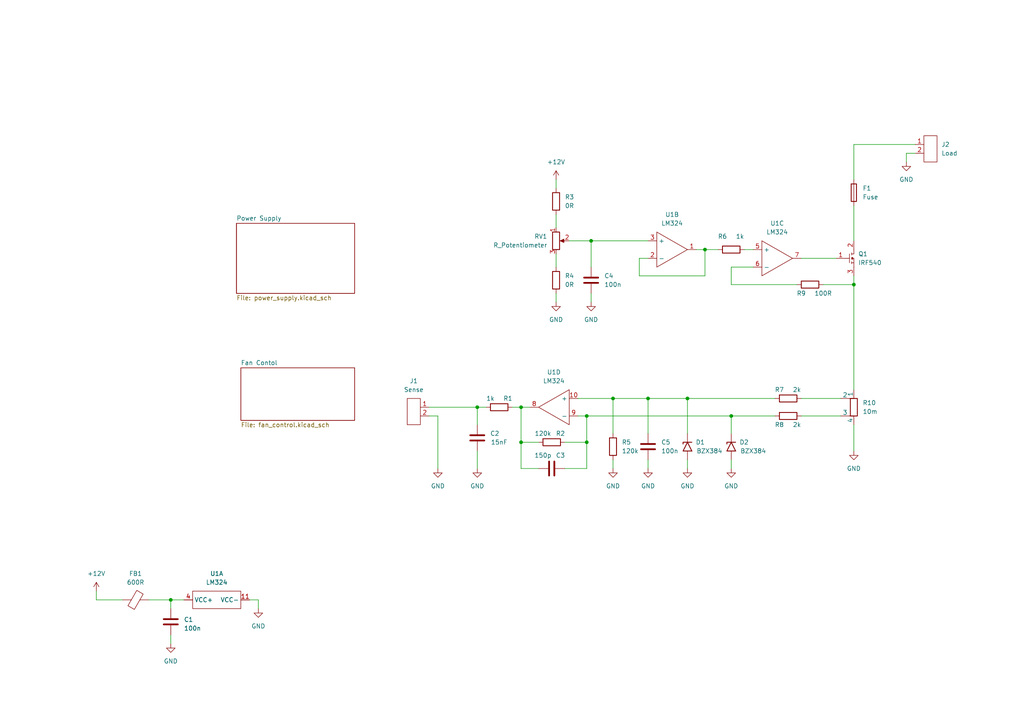
<source format=kicad_sch>
(kicad_sch (version 20230121) (generator eeschema)
  (paper "A4")
  (title_block (title "Top Level") (date "2023-02-27") (rev "1.0") (company "Joel Bodenmann"))
  (lib_symbols
    (symbol "connectors:Conn_2x1"
      (property "Reference" "J" (at 1.27 3.81 0))
      (property "Value" "Conn_2x1" (at 1.27 1.27 0))
      (symbol "Conn_2x1_0_1"
        (rectangle (start 0 0) (end 3.81 -7.62))
      )
      (symbol "Conn_2x1_1_1"
        (pin passive line (at -2.54 -2.54 0) (length 2.54) (name "") (number "1"))
        (pin passive line (at -2.54 -5.08 0) (length 2.54) (name "") (number "2"))
      )
    )
    (symbol "device:C" (pin_numbers hide) (pin_names (offset 0.254))
      (property "Reference" "C" (at 0.635 2.54 0))
      (property "Value" "C" (at 0.635 -2.54 0))
      (symbol "C_0_1"
        (polyline (pts (xy -2.032 -0.762) (xy 2.032 -0.762)) (stroke (width 0.508)))
        (polyline (pts (xy -2.032 0.762) (xy 2.032 0.762)) (stroke (width 0.508)))
      )
      (symbol "C_1_1"
        (pin passive line (at 0 3.81 270) (length 2.794) (name "~") (number "1"))
        (pin passive line (at 0 -3.81 90) (length 2.794) (name "~") (number "2"))
      )
    )
    (symbol "device:D_Zener" (pin_numbers hide) (pin_names (offset 1.016) hide)
      (property "Reference" "D" (at 0 2.54 0))
      (property "Value" "D_Zener" (at 0 -2.54 0))
      (symbol "D_Zener_0_1"
        (polyline (pts (xy -1.27 -1.27) (xy -1.27 1.27) (xy -0.762 1.27)) (stroke (width 0.254)))
        (polyline (pts (xy 1.27 -1.27) (xy 1.27 1.27) (xy -1.27 0) (xy 1.27 -1.27)) (stroke (width 0.254)))
      )
      (symbol "D_Zener_1_1"
        (pin passive line (at -3.81 0 0) (length 2.54) (name "K") (number "1"))
        (pin passive line (at 3.81 0 180) (length 2.54) (name "A") (number "2"))
      )
    )
    (symbol "device:FerriteBead" (pin_numbers hide) (pin_names (offset 0))
      (property "Reference" "FB" (at -3.81 0.635 90))
      (property "Value" "FerriteBead" (at 3.81 0 90))
      (symbol "FerriteBead_0_1"
        (polyline (pts (xy 0 -1.27) (xy 0 -1.2192)))
        (polyline (pts (xy 0 1.27) (xy 0 1.2954)))
        (polyline (pts (xy -2.7686 0.4064) (xy -1.7018 2.2606) (xy 2.7686 -0.3048) (xy 1.6764 -2.159) (xy -2.7686 0.4064)))
      )
      (symbol "FerriteBead_1_1"
        (pin passive line (at 0 3.81 270) (length 2.54) (name "~") (number "1"))
        (pin passive line (at 0 -3.81 90) (length 2.54) (name "~") (number "2"))
      )
    )
    (symbol "device:Fuse" (pin_numbers hide) (pin_names (offset 0))
      (property "Reference" "F" (at 2.032 0 90))
      (property "Value" "Fuse" (at -1.905 0 90))
      (symbol "Fuse_0_1"
        (rectangle (start -0.762 -2.54) (end 0.762 2.54) (stroke (width 0.254)))
        (polyline (pts (xy 0 2.54) (xy 0 -2.54)))
      )
      (symbol "Fuse_1_1"
        (pin passive line (at 0 3.81 270) (length 1.27) (name "~") (number "1"))
        (pin passive line (at 0 -3.81 90) (length 1.27) (name "~") (number "2"))
      )
    )
    (symbol "device:MosFET_N_GDS"
      (property "Reference" "Q" (at 3.81 1.27 0))
      (property "Value" "MosFET_N_GDS" (at 10.16 -1.27 0))
      (symbol "MosFET_N_GDS_0_1"
        (polyline (pts (xy -1.27 0) (xy -0.635 0)))
        (polyline (pts (xy 0 -1.28) (xy 0 1.28)))
        (polyline (pts (xy 0 0) (xy -0.64 0)))
        (polyline (pts (xy 0.64 -0.96) (xy 0.64 -1.6)))
        (polyline (pts (xy 0.64 0) (xy 1.28 0)))
        (polyline (pts (xy 0.64 0.32) (xy 0.64 -0.32)))
        (polyline (pts (xy 0.64 0.96) (xy 0.64 1.6)))
        (polyline (pts (xy 1.28 0) (xy 1.28 -1.28)))
        (polyline (pts (xy 0.64 -1.28) (xy 1.28 -1.28) (xy 1.28 -2.56)))
        (polyline (pts (xy 0.64 1.28) (xy 1.28 1.28) (xy 1.28 2.56)))
        (polyline (pts (xy 0.64 0) (xy 0.96 0.32) (xy 0.96 -0.32) (xy 0.64 0)))
      )
      (symbol "MosFET_N_GDS_1_1"
        (pin passive line (at -3.81 0 0) (length 2.54) (name "") (number "1"))
        (pin passive line (at 1.27 5.08 270) (length 2.54) (name "") (number "2"))
        (pin passive line (at 1.27 -5.08 90) (length 2.54) (name "") (number "3"))
      )
    )
    (symbol "device:R" (pin_numbers hide) (pin_names (offset 0))
      (property "Reference" "R" (at 2.032 0 90))
      (property "Value" "R" (at 0 0 90))
      (symbol "R_0_1"
        (rectangle (start -1.016 -2.54) (end 1.016 2.54) (stroke (width 0.254)))
      )
      (symbol "R_1_1"
        (pin passive line (at 0 3.81 270) (length 1.27) (name "~") (number "1"))
        (pin passive line (at 0 -3.81 90) (length 1.27) (name "~") (number "2"))
      )
    )
    (symbol "device:R_Potentiometer" (pin_names (offset 1.016) hide)
      (property "Reference" "RV" (at -4.445 0 90))
      (property "Value" "R_Potentiometer" (at -2.54 0 90))
      (symbol "R_Potentiometer_0_1"
        (polyline (pts (xy 2.54 0) (xy 1.524 0)))
        (polyline (pts (xy 1.143 0) (xy 2.286 0.508) (xy 2.286 -0.508) (xy 1.143 0)) (fill (type outline)))
        (rectangle (start 1.016 2.54) (end -1.016 -2.54) (stroke (width 0.254)))
      )
      (symbol "R_Potentiometer_1_1"
        (pin passive line (at 0 3.81 270) (length 1.27) (name "1") (number "1"))
        (pin passive line (at 3.81 0 180) (length 1.27) (name "2") (number "2"))
        (pin passive line (at 0 -3.81 90) (length 1.27) (name "3") (number "3"))
      )
    )
    (symbol "device:R_Shunt" (pin_numbers hide) (pin_names (offset 0))
      (property "Reference" "R" (at -4.445 0 90))
      (property "Value" "R_Shunt" (at -2.54 0 90))
      (symbol "R_Shunt_0_1"
        (rectangle (start -1.016 -2.54) (end 1.016 2.54) (stroke (width 0.254)))
        (polyline (pts (xy 0 -2.54) (xy 1.27 -2.54)))
        (polyline (pts (xy 1.27 2.54) (xy 0 2.54)))
      )
      (symbol "R_Shunt_1_1"
        (pin passive line (at 0 5.08 270) (length 2.54) (name "1") (number "1"))
        (pin passive line (at 3.81 2.54 180) (length 2.54) (name "2") (number "2"))
        (pin passive line (at 3.81 -2.54 180) (length 2.54) (name "3") (number "3"))
        (pin passive line (at 0 -5.08 90) (length 2.54) (name "4") (number "4"))
      )
    )
    (symbol "gnd:GND" (power) (pin_names (offset 0))
      (property "Value" "GND" (at 0 -3.81 0))
      (symbol "GND_0_1"
        (polyline (pts (xy 0 0) (xy 0 -1.27) (xy 1.27 -1.27) (xy 0 -2.54) (xy -1.27 -1.27) (xy 0 -1.27)))
      )
      (symbol "GND_1_1"
        (pin power_in line (at 0 0 270) (length 0) hide (name "GND") (number "1"))
      )
    )
    (symbol "opamp:LM324"
      (property "Reference" "U" (at 0 3.81 0))
      (property "Value" "LM324" (at 0 1.27 0))
      (symbol "LM324_1_1"
        (rectangle (start 0 0) (end 13.97 -5.08))
        (pin power_in line (at 16.51 -2.54 180) (length 2.54) (name "VCC-") (number "11"))
        (pin power_in line (at -2.54 -2.54 0) (length 2.54) (name "VCC+") (number "4"))
      )
      (symbol "LM324_2_1"
        (polyline (pts (xy 0 0) (xy 0 -10.16) (xy 8.89 -5.08) (xy 0 0)))
        (pin passive line (at 11.43 -5.08 180) (length 2.54) (name "") (number "1"))
        (pin passive line (at -2.54 -7.62 0) (length 2.54) (name "-") (number "2"))
        (pin passive line (at -2.54 -2.54 0) (length 2.54) (name "+") (number "3"))
      )
      (symbol "LM324_3_1"
        (polyline (pts (xy 0 0) (xy 0 -10.16) (xy 8.89 -5.08) (xy 0 0)))
        (pin passive line (at -2.54 -2.54 0) (length 2.54) (name "+") (number "5"))
        (pin passive line (at -2.54 -7.62 0) (length 2.54) (name "-") (number "6"))
        (pin passive line (at 11.43 -5.08 180) (length 2.54) (name "") (number "7"))
      )
      (symbol "LM324_4_1"
        (polyline (pts (xy 0 0) (xy 0 -10.16) (xy 8.89 -5.08) (xy 0 0)))
        (pin passive line (at -2.54 -2.54 0) (length 2.54) (name "+") (number "10"))
        (pin passive line (at 11.43 -5.08 180) (length 2.54) (name "") (number "8"))
        (pin passive line (at -2.54 -7.62 0) (length 2.54) (name "-") (number "9"))
      )
      (symbol "LM324_5_1"
        (polyline (pts (xy 0 0) (xy 0 -10.16) (xy 8.89 -5.08) (xy 0 0)))
        (pin passive line (at -2.54 -2.54 0) (length 2.54) (name "+") (number "12"))
        (pin passive line (at -2.54 -7.62 0) (length 2.54) (name "-") (number "13"))
        (pin passive line (at 11.43 -5.08 180) (length 2.54) (name "") (number "14"))
      )
    )
    (symbol "power:+12V" (power) (pin_names (offset 0))
      (property "Value" "+12V" (at 0 3.556 0))
      (symbol "+12V_0_1"
        (polyline (pts (xy -0.762 1.27) (xy 0 2.54)))
        (polyline (pts (xy 0 0) (xy 0 2.54)))
        (polyline (pts (xy 0 2.54) (xy 0.762 1.27)))
      )
      (symbol "+12V_1_1"
        (pin power_in line (at 0 0 90) (length 0) hide (name "+12V") (number "1"))
      )
    )
  )
  (junction (at 212.09 120.65))
  (junction (at 151.13 118.11))
  (junction (at 49.53 173.99))
  (junction (at 138.43 118.11))
  (junction (at 170.18 128.27))
  (junction (at 151.13 128.27))
  (junction (at 170.18 120.65))
  (junction (at 204.47 72.39))
  (junction (at 177.8 115.57))
  (junction (at 199.39 115.57))
  (junction (at 247.65 82.55))
  (junction (at 171.45 69.85))
  (junction (at 187.96 115.57))
  (wire (pts (xy 156.21 135.89) (xy 151.13 135.89)))
  (wire (pts (xy 232.41 120.65) (xy 243.84 120.65)))
  (wire (pts (xy 148.59 118.11) (xy 151.13 118.11)))
  (wire (pts (xy 156.21 128.27) (xy 151.13 128.27)))
  (wire (pts (xy 138.43 118.11) (xy 138.43 123.19)))
  (wire (pts (xy 161.29 85.09) (xy 161.29 87.63)))
  (wire (pts (xy 161.29 62.23) (xy 161.29 66.04)))
  (wire (pts (xy 238.76 82.55) (xy 247.65 82.55)))
  (wire (pts (xy 187.96 115.57) (xy 187.96 125.73)))
  (wire (pts (xy 171.45 85.09) (xy 171.45 87.63)))
  (wire (pts (xy 72.39 173.99) (xy 74.93 173.99)))
  (wire (pts (xy 127 120.65) (xy 124.46 120.65)))
  (wire (pts (xy 49.53 184.15) (xy 49.53 186.69)))
  (wire (pts (xy 247.65 59.69) (xy 247.65 69.85)))
  (wire (pts (xy 265.43 41.91) (xy 247.65 41.91)))
  (wire (pts (xy 262.89 44.45) (xy 265.43 44.45)))
  (wire (pts (xy 153.67 118.11) (xy 151.13 118.11)))
  (wire (pts (xy 247.65 41.91) (xy 247.65 52.07)))
  (wire (pts (xy 124.46 118.11) (xy 138.43 118.11)))
  (wire (pts (xy 170.18 135.89) (xy 170.18 128.27)))
  (wire (pts (xy 204.47 80.01) (xy 204.47 72.39)))
  (wire (pts (xy 185.42 80.01) (xy 204.47 80.01)))
  (wire (pts (xy 204.47 72.39) (xy 208.28 72.39)))
  (wire (pts (xy 163.83 128.27) (xy 170.18 128.27)))
  (wire (pts (xy 27.94 171.45) (xy 27.94 173.99)))
  (wire (pts (xy 247.65 123.19) (xy 247.65 130.81)))
  (wire (pts (xy 43.18 173.99) (xy 49.53 173.99)))
  (wire (pts (xy 170.18 120.65) (xy 212.09 120.65)))
  (wire (pts (xy 212.09 82.55) (xy 231.14 82.55)))
  (wire (pts (xy 165.1 69.85) (xy 171.45 69.85)))
  (wire (pts (xy 187.96 74.93) (xy 185.42 74.93)))
  (wire (pts (xy 127 135.89) (xy 127 120.65)))
  (wire (pts (xy 247.65 82.55) (xy 247.65 113.03)))
  (wire (pts (xy 161.29 73.66) (xy 161.29 77.47)))
  (wire (pts (xy 212.09 120.65) (xy 212.09 125.73)))
  (wire (pts (xy 187.96 115.57) (xy 199.39 115.57)))
  (wire (pts (xy 151.13 128.27) (xy 151.13 118.11)))
  (wire (pts (xy 177.8 133.35) (xy 177.8 135.89)))
  (wire (pts (xy 161.29 52.07) (xy 161.29 54.61)))
  (wire (pts (xy 74.93 173.99) (xy 74.93 176.53)))
  (wire (pts (xy 212.09 120.65) (xy 224.79 120.65)))
  (wire (pts (xy 232.41 74.93) (xy 242.57 74.93)))
  (wire (pts (xy 185.42 74.93) (xy 185.42 80.01)))
  (wire (pts (xy 167.64 115.57) (xy 177.8 115.57)))
  (wire (pts (xy 262.89 46.99) (xy 262.89 44.45)))
  (wire (pts (xy 170.18 128.27) (xy 170.18 120.65)))
  (wire (pts (xy 171.45 69.85) (xy 187.96 69.85)))
  (wire (pts (xy 138.43 118.11) (xy 140.97 118.11)))
  (wire (pts (xy 138.43 130.81) (xy 138.43 135.89)))
  (wire (pts (xy 212.09 133.35) (xy 212.09 135.89)))
  (wire (pts (xy 199.39 133.35) (xy 199.39 135.89)))
  (wire (pts (xy 247.65 80.01) (xy 247.65 82.55)))
  (wire (pts (xy 171.45 69.85) (xy 171.45 77.47)))
  (wire (pts (xy 151.13 135.89) (xy 151.13 128.27)))
  (wire (pts (xy 212.09 82.55) (xy 212.09 77.47)))
  (wire (pts (xy 177.8 115.57) (xy 187.96 115.57)))
  (wire (pts (xy 201.93 72.39) (xy 204.47 72.39)))
  (wire (pts (xy 170.18 120.65) (xy 167.64 120.65)))
  (wire (pts (xy 215.9 72.39) (xy 218.44 72.39)))
  (wire (pts (xy 212.09 77.47) (xy 218.44 77.47)))
  (wire (pts (xy 232.41 115.57) (xy 243.84 115.57)))
  (wire (pts (xy 49.53 176.53) (xy 49.53 173.99)))
  (wire (pts (xy 199.39 115.57) (xy 224.79 115.57)))
  (wire (pts (xy 27.94 173.99) (xy 35.56 173.99)))
  (wire (pts (xy 187.96 133.35) (xy 187.96 135.89)))
  (wire (pts (xy 177.8 115.57) (xy 177.8 125.73)))
  (wire (pts (xy 163.83 135.89) (xy 170.18 135.89)))
  (wire (pts (xy 199.39 125.73) (xy 199.39 115.57)))
  (wire (pts (xy 49.53 173.99) (xy 53.34 173.99)))
  (symbol (lib_id "gnd:GND") (at 74.93 176.53 0) (unit 1)
    (property "Reference" "#PWR03" (effects hide))
    (property "Value" "GND" (at 74.93 181.61 0))
  )
  (symbol (lib_id "device:C") (at 49.53 180.34 0) (unit 1)
    (property "Reference" "C1" (at 53.34 179.705 0) (effects (justify left)))
    (property "Value" "100n" (at 53.34 182.245 0) (effects (justify left)))
    (property "Footprint" "capicator_smd:C_0603_1608Metric" (effects hide))
  )
  (symbol (lib_id "device:R") (at 144.78 118.11 270) (mirror x) (unit 1)
    (property "Reference" "R1" (at 147.32 115.57 90))
    (property "Value" "1k" (at 142.24 115.57 90))
    (property "Footprint" "resistor_smd:R_0603_1608Metric" (effects hide))
  )
  (symbol (lib_id "device:C") (at 171.45 81.28 0) (unit 1)
    (property "Reference" "C4" (at 175.26 80.0099 0) (effects (justify left)))
    (property "Value" "100n" (at 175.26 82.5499 0) (effects (justify left)))
    (property "Footprint" "capicator_smd:C_0603_1608Metric" (effects hide))
  )
  (symbol (lib_id "device:C") (at 160.02 135.89 90) (mirror x) (unit 1)
    (property "Reference" "C3" (at 162.56 132.08 90))
    (property "Value" "150p" (at 157.48 132.08 90))
    (property "Footprint" "capicator_smd:C_0603_1608Metric" (effects hide))
  )
  (symbol (lib_id "device:D_Zener") (at 212.09 129.54 90) (mirror x) (unit 1)
    (property "Reference" "D2" (at 217.17 128.27 90) (effects (justify left)))
    (property "Value" "BZX384" (at 222.25 130.81 90) (effects (justify left)))
    (property "Footprint" "package_sod:SOD-323" (effects hide))
  )
  (symbol (lib_id "device:R") (at 177.8 129.54 0) (unit 1)
    (property "Reference" "R5" (at 180.34 128.2699 0) (effects (justify left)))
    (property "Value" "120k" (at 180.34 130.8099 0) (effects (justify left)))
    (property "Footprint" "resistor_smd:R_0603_1608Metric" (effects hide))
  )
  (symbol (lib_id "power:+12V") (at 27.94 171.45 0) (unit 1)
    (property "Reference" "#PWR01" (effects hide))
    (property "Value" "+12V" (at 27.94 166.37 0))
  )
  (symbol (lib_id "device:R_Shunt") (at 247.65 118.11 0) (mirror y) (unit 1)
    (property "Reference" "R10" (at 250.19 116.8399 0) (effects (justify right)))
    (property "Value" "10m" (at 250.19 119.3799 0) (effects (justify right)))
    (property "Footprint" "resistor_smd:R_Shunt_Vishay_WSK2512_6332Metric_T2.21mm" (effects hide))
  )
  (symbol (lib_id "gnd:GND") (at 212.09 135.89 0) (mirror y) (unit 1)
    (property "Reference" "#PWR012" (effects hide))
    (property "Value" "GND" (at 212.09 140.97 0))
  )
  (symbol (lib_id "device:R") (at 212.09 72.39 90) (unit 1)
    (property "Reference" "R6" (at 209.55 68.58 90))
    (property "Value" "1k" (at 214.63 68.58 90))
    (property "Footprint" "resistor_smd:R_0603_1608Metric" (effects hide))
  )
  (symbol (lib_id "opamp:LM324") (at 165.1 113.03 0) (mirror y) (unit 4)
    (property "Reference" "U1" (at 160.655 107.95 0))
    (property "Value" "LM324" (at 160.655 110.49 0))
    (property "Footprint" "package_soic:SOIC-14" (effects hide))
  )
  (symbol (lib_id "gnd:GND") (at 187.96 135.89 0) (mirror y) (unit 1)
    (property "Reference" "#PWR010" (effects hide))
    (property "Value" "GND" (at 187.96 140.97 0))
  )
  (symbol (lib_id "opamp:LM324") (at 220.98 69.85 0) (unit 3)
    (property "Reference" "U1" (at 225.425 64.77 0))
    (property "Value" "LM324" (at 225.425 67.31 0))
    (property "Footprint" "package_soic:SOIC-14" (effects hide))
  )
  (symbol (lib_id "opamp:LM324") (at 190.5 67.31 0) (unit 2)
    (property "Reference" "U1" (at 194.945 62.23 0))
    (property "Value" "LM324" (at 194.945 64.77 0))
    (property "Footprint" "package_soic:SOIC-14" (effects hide))
  )
  (symbol (lib_id "device:R") (at 228.6 120.65 270) (mirror x) (unit 1)
    (property "Reference" "R8" (at 226.06 123.19 90))
    (property "Value" "2k" (at 231.14 123.19 90))
    (property "Footprint" "resistor_smd:R_0603_1608Metric" (effects hide))
  )
  (symbol (lib_id "device:R") (at 228.6 115.57 270) (mirror x) (unit 1)
    (property "Reference" "R7" (at 226.06 113.03 90))
    (property "Value" "2k" (at 231.14 113.03 90))
    (property "Footprint" "resistor_smd:R_0603_1608Metric" (effects hide))
  )
  (symbol (lib_id "power:+12V") (at 161.29 52.07 0) (unit 1)
    (property "Reference" "#PWR06" (effects hide))
    (property "Value" "+12V" (at 161.29 46.99 0))
  )
  (symbol (lib_id "gnd:GND") (at 161.29 87.63 0) (unit 1)
    (property "Reference" "#PWR07" (effects hide))
    (property "Value" "GND" (at 161.29 92.71 0))
  )
  (symbol (lib_id "device:R") (at 160.02 128.27 270) (mirror x) (unit 1)
    (property "Reference" "R2" (at 162.56 125.73 90))
    (property "Value" "120k" (at 157.48 125.73 90))
    (property "Footprint" "resistor_smd:R_0603_1608Metric" (effects hide))
  )
  (symbol (lib_id "device:C") (at 138.43 127 0) (mirror x) (unit 1)
    (property "Reference" "C2" (at 143.51 125.73 0))
    (property "Value" "15nF" (at 144.78 128.27 0))
    (property "Footprint" "capicator_smd:C_0603_1608Metric" (effects hide))
  )
  (symbol (lib_id "device:MosFET_N_GDS") (at 246.38 74.93 0) (unit 1)
    (property "Reference" "Q1" (at 248.92 73.6599 0) (effects (justify left)))
    (property "Value" "IRF540" (at 248.92 76.1999 0) (effects (justify left)))
    (property "Footprint" "package_to:TO-220 Horizontal Flipped" (effects hide))
  )
  (symbol (lib_id "gnd:GND") (at 138.43 135.89 0) (unit 1)
    (property "Reference" "#PWR05" (effects hide))
    (property "Value" "GND" (at 138.43 140.97 0))
  )
  (symbol (lib_id "device:R") (at 161.29 58.42 0) (unit 1)
    (property "Reference" "R3" (at 163.83 57.1499 0) (effects (justify left)))
    (property "Value" "0R" (at 163.83 59.6899 0) (effects (justify left)))
    (property "Footprint" "resistor_smd:R_0603_1608Metric" (effects hide))
  )
  (symbol (lib_id "connectors:Conn_2x1") (at 267.97 39.37 0) (unit 1)
    (property "Reference" "J2" (at 273.05 41.9099 0) (effects (justify left)))
    (property "Value" "Load" (at 273.05 44.4499 0) (effects (justify left)))
    (property "Footprint" "connector_phoenix:connector_phoenix" (effects hide))
  )
  (symbol (lib_id "device:Fuse") (at 247.65 55.88 0) (unit 1)
    (property "Reference" "F1" (at 250.19 54.6099 0) (effects (justify left)))
    (property "Value" "Fuse" (at 250.19 57.1499 0) (effects (justify left)))
    (property "Footprint" "fuse:LittleFuse 178.6164.0000" (effects hide))
  )
  (symbol (lib_id "gnd:GND") (at 171.45 87.63 0) (unit 1)
    (property "Reference" "#PWR08" (effects hide))
    (property "Value" "GND" (at 171.45 92.71 0))
  )
  (symbol (lib_id "device:R") (at 161.29 81.28 0) (unit 1)
    (property "Reference" "R4" (at 163.83 80.0099 0) (effects (justify left)))
    (property "Value" "0R" (at 163.83 82.5499 0) (effects (justify left)))
    (property "Footprint" "resistor_smd:R_0603_1608Metric" (effects hide))
  )
  (symbol (lib_id "device:FerriteBead") (at 39.37 173.99 90) (unit 1)
    (property "Reference" "FB1" (at 39.3192 166.37 90))
    (property "Value" "600R" (at 39.3192 168.91 90))
    (property "Footprint" "ferrite_bead:ferrite_bead_0603" (effects hide))
  )
  (symbol (lib_id "connectors:Conn_2x1") (at 121.92 115.57 0) (mirror y) (unit 1)
    (property "Reference" "J1" (at 120.015 110.49 0))
    (property "Value" "Sense" (at 120.015 113.03 0))
    (property "Footprint" "connector_molex:molex_kk_1x2_horizontal_th" (effects hide))
  )
  (symbol (lib_id "device:D_Zener") (at 199.39 129.54 90) (mirror x) (unit 1)
    (property "Reference" "D1" (at 204.47 128.27 90) (effects (justify left)))
    (property "Value" "BZX384" (at 209.55 130.81 90) (effects (justify left)))
    (property "Footprint" "package_sod:SOD-323" (effects hide))
  )
  (symbol (lib_id "device:R_Potentiometer") (at 161.29 69.85 0) (unit 1)
    (property "Reference" "RV1" (at 158.75 68.5799 0) (effects (justify right)))
    (property "Value" "R_Potentiometer" (at 158.75 71.1199 0) (effects (justify right)))
    (property "Footprint" "resistor_trimmer:Bourns 3296P" (effects hide))
  )
  (symbol (lib_id "gnd:GND") (at 49.53 186.69 0) (unit 1)
    (property "Reference" "#PWR02" (effects hide))
    (property "Value" "GND" (at 49.53 191.77 0))
  )
  (symbol (lib_id "gnd:GND") (at 127 135.89 0) (unit 1)
    (property "Reference" "#PWR04" (effects hide))
    (property "Value" "GND" (at 127 140.97 0))
  )
  (symbol (lib_id "device:C") (at 187.96 129.54 0) (unit 1)
    (property "Reference" "C5" (at 191.77 128.2699 0) (effects (justify left)))
    (property "Value" "100n" (at 191.77 130.8099 0) (effects (justify left)))
    (property "Footprint" "capicator_smd:C_0603_1608Metric" (effects hide))
  )
  (symbol (lib_id "gnd:GND") (at 199.39 135.89 0) (mirror y) (unit 1)
    (property "Reference" "#PWR011" (effects hide))
    (property "Value" "GND" (at 199.39 140.97 0))
  )
  (symbol (lib_id "gnd:GND") (at 177.8 135.89 0) (mirror y) (unit 1)
    (property "Reference" "#PWR09" (effects hide))
    (property "Value" "GND" (at 177.8 140.97 0))
  )
  (symbol (lib_id "opamp:LM324") (at 55.88 171.45 0) (unit 1)
    (property "Reference" "U1" (at 62.865 166.37 0))
    (property "Value" "LM324" (at 62.865 168.91 0))
    (property "Footprint" "package_soic:SOIC-14" (effects hide))
  )
  (symbol (lib_id "gnd:GND") (at 247.65 130.81 0) (unit 1)
    (property "Reference" "#PWR013" (effects hide))
    (property "Value" "GND" (at 247.65 135.89 0))
  )
  (symbol (lib_id "gnd:GND") (at 262.89 46.99 0) (unit 1)
    (property "Reference" "#PWR014" (effects hide))
    (property "Value" "GND" (at 262.89 52.07 0))
  )
  (symbol (lib_id "device:R") (at 234.95 82.55 90) (unit 1)
    (property "Reference" "R9" (at 232.41 85.09 90))
    (property "Value" "100R" (at 238.76 85.09 90))
    (property "Footprint" "resistor_smd:R_0603_1608Metric" (effects hide))
  )
  (sheet (at 69.85 106.68) (size 33.02 15.24) (stroke (width 0.1524))
    (property "Sheetname" "Fan Contol" (at 69.85 105.9684 0) (effects (justify left bottom)))
    (property "Sheetfile" "fan_control.kicad_sch" (at 69.85 122.5046 0) (effects (justify left top)))
  )
  (sheet (at 68.58 64.77) (size 34.29 20.32) (stroke (width 0.1524))
    (property "Sheetname" "Power Supply" (at 68.58 64.0584 0) (effects (justify left bottom)))
    (property "Sheetfile" "power_supply.kicad_sch" (at 68.58 85.6746 0) (effects (justify left top)))
  )
)
</source>
